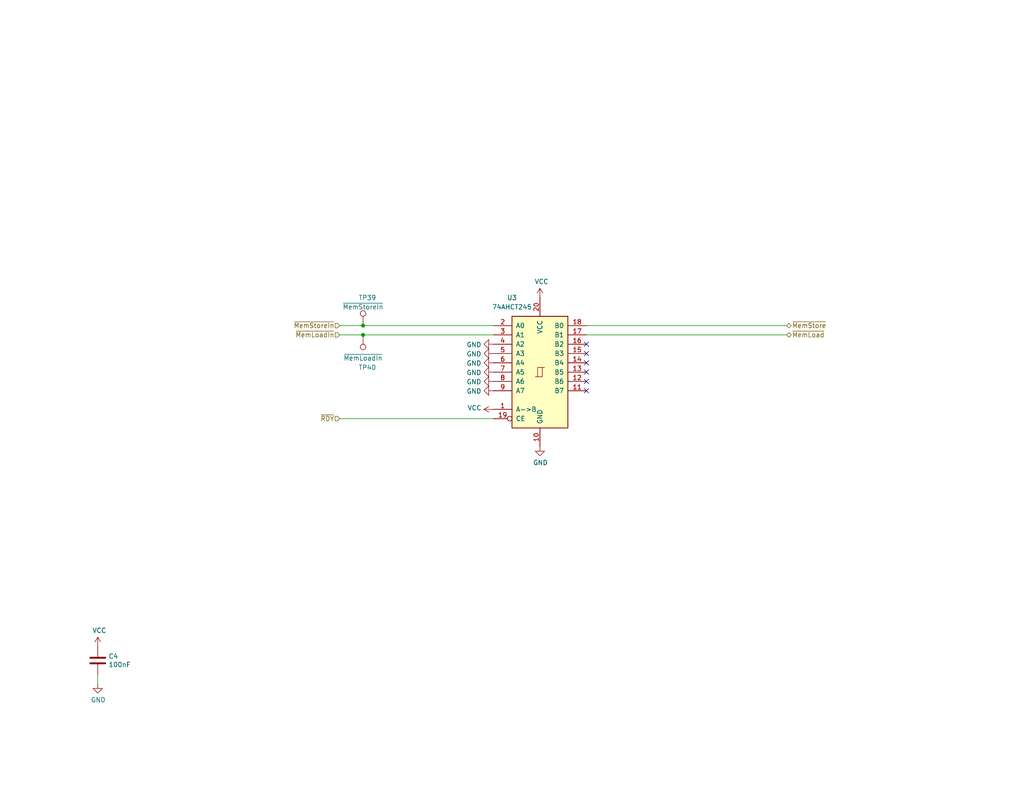
<source format=kicad_sch>
(kicad_sch (version 20230121) (generator eeschema)
  (paper "USLetter")
  (title_block (date "2023-04-01") (rev "A"))
  (lib_symbols
    (symbol "Connector:TestPoint" (pin_numbers hide) (pin_names (offset 0.762) hide)
      (property "Reference" "TP" (at 0 6.858 0))
      (property "Value" "TestPoint" (at 0 5.08 0))
      (symbol "TestPoint_0_1"
        (circle (center 0 3.302) (radius 0.762))
      )
      (symbol "TestPoint_1_1"
        (pin passive line (at 0 0 90) (length 2.54) (name "1") (number "1"))
      )
    )
    (symbol "Device:C" (pin_numbers hide) (pin_names (offset 0.254))
      (property "Reference" "C" (at 0.635 2.54 0))
      (property "Value" "C" (at 0.635 -2.54 0))
      (symbol "C_0_1"
        (polyline (pts (xy -2.032 -0.762) (xy 2.032 -0.762)) (stroke (width 0.508)))
        (polyline (pts (xy -2.032 0.762) (xy 2.032 0.762)) (stroke (width 0.508)))
      )
      (symbol "C_1_1"
        (pin passive line (at 0 3.81 270) (length 2.794) (name "~") (number "1"))
        (pin passive line (at 0 -3.81 90) (length 2.794) (name "~") (number "2"))
      )
    )
    (symbol "MEMModule-rescue:74LS245-74xx" (pin_names (offset 1.016))
      (property "Reference" "U" (at -7.62 16.51 0))
      (property "Value" "74LS245-74xx" (at -7.62 -16.51 0))
      (symbol "74LS245-74xx_1_0"
        (polyline (pts (xy -0.635 -1.27) (xy -0.635 1.27) (xy 0.635 1.27)))
        (polyline (pts (xy -1.27 -1.27) (xy 0.635 -1.27) (xy 0.635 1.27) (xy 1.27 1.27)))
        (pin input line (at -12.7 -10.16 0) (length 5.08) (name "A->B") (number "1"))
        (pin power_in line (at 0 -20.32 90) (length 5.08) (name "GND") (number "10"))
        (pin tri_state line (at 12.7 -5.08 180) (length 5.08) (name "B7") (number "11"))
        (pin tri_state line (at 12.7 -2.54 180) (length 5.08) (name "B6") (number "12"))
        (pin tri_state line (at 12.7 0 180) (length 5.08) (name "B5") (number "13"))
        (pin tri_state line (at 12.7 2.54 180) (length 5.08) (name "B4") (number "14"))
        (pin tri_state line (at 12.7 5.08 180) (length 5.08) (name "B3") (number "15"))
        (pin tri_state line (at 12.7 7.62 180) (length 5.08) (name "B2") (number "16"))
        (pin tri_state line (at 12.7 10.16 180) (length 5.08) (name "B1") (number "17"))
        (pin tri_state line (at 12.7 12.7 180) (length 5.08) (name "B0") (number "18"))
        (pin input inverted (at -12.7 -12.7 0) (length 5.08) (name "CE") (number "19"))
        (pin input line (at -12.7 12.7 0) (length 5.08) (name "A0") (number "2"))
        (pin power_in line (at 0 20.32 270) (length 5.08) (name "VCC") (number "20"))
        (pin input line (at -12.7 10.16 0) (length 5.08) (name "A1") (number "3"))
        (pin input line (at -12.7 7.62 0) (length 5.08) (name "A2") (number "4"))
        (pin input line (at -12.7 5.08 0) (length 5.08) (name "A3") (number "5"))
        (pin input line (at -12.7 2.54 0) (length 5.08) (name "A4") (number "6"))
        (pin input line (at -12.7 0 0) (length 5.08) (name "A5") (number "7"))
        (pin input line (at -12.7 -2.54 0) (length 5.08) (name "A6") (number "8"))
        (pin input line (at -12.7 -5.08 0) (length 5.08) (name "A7") (number "9"))
      )
      (symbol "74LS245-74xx_1_1"
        (rectangle (start -7.62 15.24) (end 7.62 -15.24) (stroke (width 0.254)) (fill (type background)))
      )
    )
    (symbol "power:GND" (power) (pin_names (offset 0))
      (property "Value" "GND" (at 0 -3.81 0))
      (symbol "GND_0_1"
        (polyline (pts (xy 0 0) (xy 0 -1.27) (xy 1.27 -1.27) (xy 0 -2.54) (xy -1.27 -1.27) (xy 0 -1.27)))
      )
      (symbol "GND_1_1"
        (pin power_in line (at 0 0 270) (length 0) hide (name "GND") (number "1"))
      )
    )
    (symbol "power:VCC" (power) (pin_names (offset 0))
      (property "Value" "VCC" (at 0 3.81 0))
      (symbol "VCC_0_1"
        (polyline (pts (xy -0.762 1.27) (xy 0 2.54)))
        (polyline (pts (xy 0 0) (xy 0 2.54)))
        (polyline (pts (xy 0 2.54) (xy 0.762 1.27)))
      )
      (symbol "VCC_1_1"
        (pin power_in line (at 0 0 90) (length 0) hide (name "VCC") (number "1"))
      )
    )
  )
  (junction (at 99.06 88.9))
  (junction (at 99.06 91.44))
  (no_connect (at 160.02 93.98))
  (no_connect (at 160.02 96.52))
  (no_connect (at 160.02 101.6))
  (no_connect (at 160.02 99.06))
  (no_connect (at 160.02 104.14))
  (no_connect (at 160.02 106.68))
  (wire (pts (xy 26.67 186.69) (xy 26.67 184.15)))
  (wire (pts (xy 160.02 88.9) (xy 214.63 88.9)))
  (wire (pts (xy 160.02 91.44) (xy 214.63 91.44)))
  (wire (pts (xy 92.71 88.9) (xy 99.06 88.9)))
  (wire (pts (xy 92.71 91.44) (xy 99.06 91.44)))
  (wire (pts (xy 92.71 114.3) (xy 134.62 114.3)))
  (wire (pts (xy 99.06 88.9) (xy 134.62 88.9)))
  (wire (pts (xy 99.06 91.44) (xy 134.62 91.44)))
  (hierarchical_label "~{MemLoad}" (shape tri_state) (at 214.63 91.44 0))
  (hierarchical_label "~{MemLoadIn}" (shape input) (at 92.71 91.44 180))
  (hierarchical_label "~{MemStoreIn}" (shape input) (at 92.71 88.9 180))
  (hierarchical_label "~{RDY}" (shape input) (at 92.71 114.3 180))
  (hierarchical_label "~{MemStore}" (shape tri_state) (at 214.63 88.9 0))
  (symbol (lib_id "Device:C") (at 26.67 180.34 0) (unit 1)
    (property "Reference" "C4" (at 29.591 179.1716 0) (effects (justify left)))
    (property "Value" "100nF" (at 29.591 181.483 0) (effects (justify left)))
    (property "Footprint" "Capacitor_SMD:C_0603_1608Metric_Pad1.08x0.95mm_HandSolder" (effects hide))
    (property "Mouser" "https://www.mouser.com/ProductDetail/963-EMK107B7104KAHT" (effects hide))
  )
  (symbol (lib_id "power:VCC") (at 26.67 176.53 0) (unit 1)
    (property "Reference" "#PWR075" (effects hide))
    (property "Value" "VCC" (at 27.1018 172.1358 0))
  )
  (symbol (lib_id "power:GND") (at 26.67 186.69 0) (unit 1)
    (property "Reference" "#PWR076" (effects hide))
    (property "Value" "GND" (at 26.797 191.0842 0))
  )
  (symbol (lib_id "power:GND") (at 134.62 93.98 270) (unit 1)
    (property "Reference" "#PWR077" (effects hide))
    (property "Value" "GND" (at 131.3688 94.107 90) (effects (justify right)))
  )
  (symbol (lib_id "power:GND") (at 134.62 96.52 270) (unit 1)
    (property "Reference" "#PWR078" (effects hide))
    (property "Value" "GND" (at 131.3688 96.647 90) (effects (justify right)))
  )
  (symbol (lib_id "power:GND") (at 134.62 99.06 270) (unit 1)
    (property "Reference" "#PWR079" (effects hide))
    (property "Value" "GND" (at 131.3688 99.187 90) (effects (justify right)))
  )
  (symbol (lib_id "power:GND") (at 134.62 101.6 270) (unit 1)
    (property "Reference" "#PWR080" (effects hide))
    (property "Value" "GND" (at 131.3688 101.727 90) (effects (justify right)))
  )
  (symbol (lib_id "power:GND") (at 134.62 104.14 270) (unit 1)
    (property "Reference" "#PWR081" (effects hide))
    (property "Value" "GND" (at 131.3688 104.267 90) (effects (justify right)))
  )
  (symbol (lib_id "power:GND") (at 134.62 106.68 270) (unit 1)
    (property "Reference" "#PWR082" (effects hide))
    (property "Value" "GND" (at 131.3688 106.807 90) (effects (justify right)))
  )
  (symbol (lib_id "MEMModule-rescue:74LS245-74xx") (at 147.32 101.6 0) (unit 1)
    (property "Reference" "U3" (at 139.7 81.28 0))
    (property "Value" "74AHCT245" (at 139.7 83.82 0))
    (property "Footprint" "Package_SO:TSSOP-20_4.4x6.5mm_P0.65mm" (effects hide))
    (property "Datasheet" "https://www.mouser.com/datasheet/2/916/74AHCT245A-1597455.pdf" (effects hide))
    (property "Mouser" "https://www.mouser.com/ProductDetail/Nexperia/74AHCT245APWJ?qs=u4fy%2FsgLU9Nfcswc3zVmFw%3D%3D" (effects hide))
  )
  (symbol (lib_id "power:VCC") (at 147.32 81.28 0) (unit 1)
    (property "Reference" "#PWR084" (effects hide))
    (property "Value" "VCC" (at 147.7518 76.8858 0))
  )
  (symbol (lib_id "power:GND") (at 147.32 121.92 0) (unit 1)
    (property "Reference" "#PWR085" (effects hide))
    (property "Value" "GND" (at 147.447 126.3142 0))
  )
  (symbol (lib_id "power:VCC") (at 134.62 111.76 90) (unit 1)
    (property "Reference" "#PWR083" (effects hide))
    (property "Value" "VCC" (at 131.3942 111.379 90) (effects (justify left)))
  )
  (symbol (lib_id "Connector:TestPoint") (at 99.06 91.44 0) (mirror x) (unit 1)
    (property "Reference" "TP40" (at 97.79 100.33 0) (effects (justify left)))
    (property "Value" "~{MemLoadIn}" (at 99.06 97.79 0))
    (property "Footprint" "TestPoint:TestPoint_Pad_D1.0mm" (effects hide))
  )
  (symbol (lib_id "Connector:TestPoint") (at 99.06 88.9 0) (unit 1)
    (property "Reference" "TP39" (at 97.79 81.28 0) (effects (justify left)))
    (property "Value" "~{MemStoreIn}" (at 99.06 83.82 0))
    (property "Footprint" "TestPoint:TestPoint_Pad_D1.0mm" (effects hide))
  )
)
</source>
